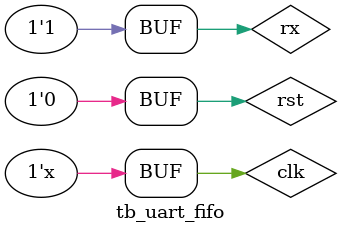
<source format=v>
`timescale 1ns / 1ps

module tb_uart_fifo();

    reg clk;
    reg rst;
    reg rx;
    wire tx;

    wire w_rx_done;
    wire [7:0] w_rx_data;
    wire [7:0] fifo_rx_rdata;
    wire [7:0] fifo_tx_rdata;
    wire fifo_tx_empty, fifo_tx_full, fifo_rx_empty;
    wire tx_done;
    //wire w_rd;


    top_uart U_UART (
    .clk(clk),
    .rst(rst),
    .btn_start(~fifo_tx_empty),
    .tx_data_in(fifo_tx_rdata),
    .tx_done(tx_done),
    .tx(tx),
    .rx(rx),
    .rx_done(w_rx_done),
    .rx_data(w_rx_data)
    );

    fifo U_Fifo_RX(
    .clk(clk),
    .reset(rst),
    // write
    .wdata(w_rx_data),
    .wr(w_rx_done),
    .full(),
    // read
    .rd(~fifo_tx_full),
    .rdata(fifo_rx_rdata),
    .empty(fifo_rx_empty)
    );

    fifo U_Fifo_TX(
    .clk(clk),
    .reset(rst),
    // write
    .wdata(fifo_rx_rdata),
    .wr(~fifo_rx_empty),
    .full(fifo_tx_full),
    // read
    .rd(~tx_done),
    .rdata(fifo_tx_rdata),
    .empty(fifo_tx_empty)
    );
    always #5 clk = ~clk;


    initial begin
        clk = 0;
        rst = 1;
        rx = 1; 

        #50;
        rst = 0;
        #50;

        #104170;
        rx = 0; //start
        
        #104170;
        rx = 1; // DATA 0100 1111 = 79

        #104170;
        rx = 1;
        
        #104170;
        rx = 1; 
        
        #104170;
        rx = 1;
        
        #104170;
        rx = 0; 
        
        #104170;
        rx = 0;
        
        #104170;
        rx = 1; 
        
        #104170;
        rx = 0;

        #104170;
        rx = 1; //stop
    end
endmodule
</source>
